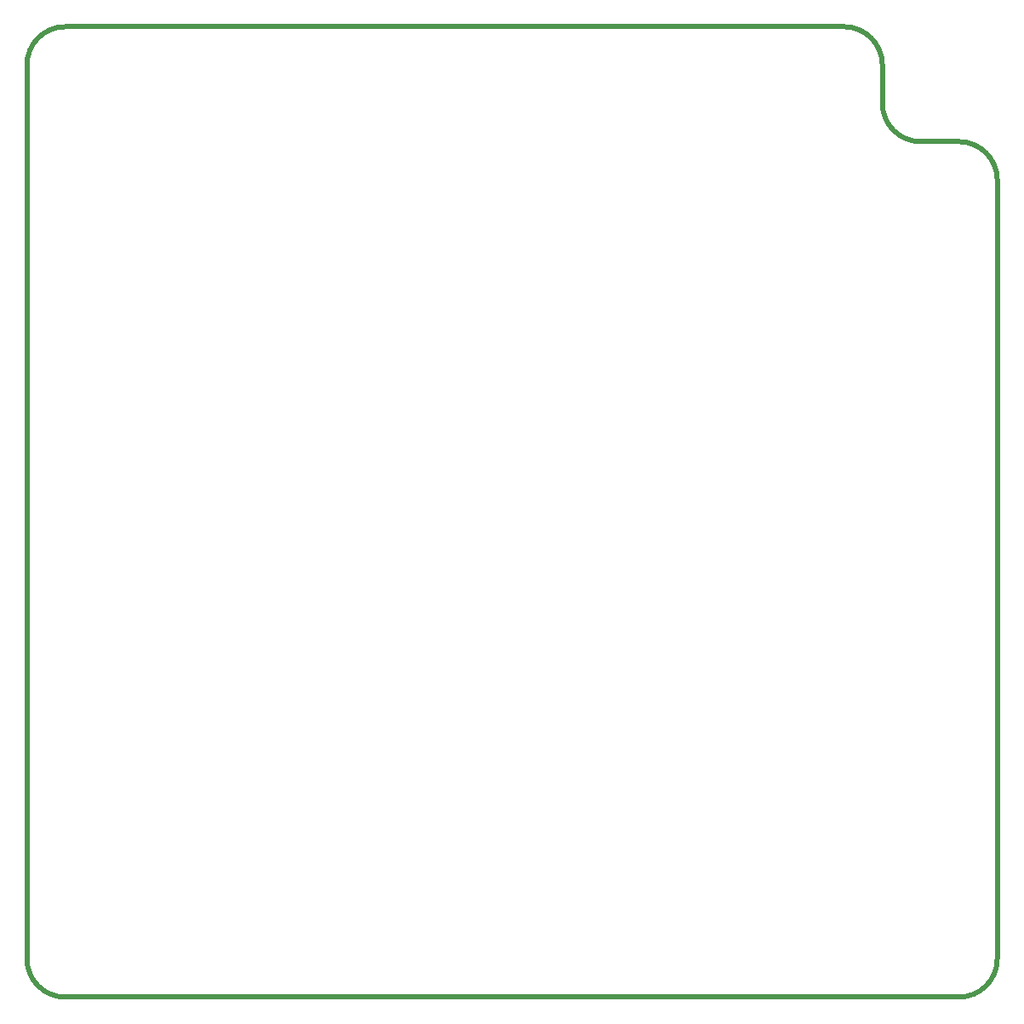
<source format=gbr>
G04 #@! TF.GenerationSoftware,KiCad,Pcbnew,(5.1.5)-3*
G04 #@! TF.CreationDate,2021-02-07T21:58:35+01:00*
G04 #@! TF.ProjectId,power-board,706f7765-722d-4626-9f61-72642e6b6963,rev?*
G04 #@! TF.SameCoordinates,Original*
G04 #@! TF.FileFunction,Profile,NP*
%FSLAX46Y46*%
G04 Gerber Fmt 4.6, Leading zero omitted, Abs format (unit mm)*
G04 Created by KiCad (PCBNEW (5.1.5)-3) date 2021-02-07 21:58:35*
%MOMM*%
%LPD*%
G04 APERTURE LIST*
%ADD10C,0.500000*%
G04 APERTURE END LIST*
D10*
X190500000Y-59690000D02*
X194310000Y-59690000D01*
X186690000Y-52070000D02*
X186690000Y-55880000D01*
X190500000Y-59690000D02*
G75*
G02X186690000Y-55880000I0J3810000D01*
G01*
X194310000Y-59690000D02*
G75*
G02X198120000Y-63500000I0J-3810000D01*
G01*
X198120000Y-140970000D02*
G75*
G02X194310000Y-144780000I-3810000J0D01*
G01*
X105410000Y-144780000D02*
G75*
G02X101600000Y-140970000I0J3810000D01*
G01*
X182880000Y-48260000D02*
G75*
G02X186690000Y-52070000I0J-3810000D01*
G01*
X101600000Y-52070000D02*
G75*
G02X105410000Y-48260000I3810000J0D01*
G01*
X101600000Y-140970000D02*
X101600000Y-52070000D01*
X194310000Y-144780000D02*
X105410000Y-144780000D01*
X198120000Y-63500000D02*
X198120000Y-140970000D01*
X105410000Y-48260000D02*
X182880000Y-48260000D01*
M02*

</source>
